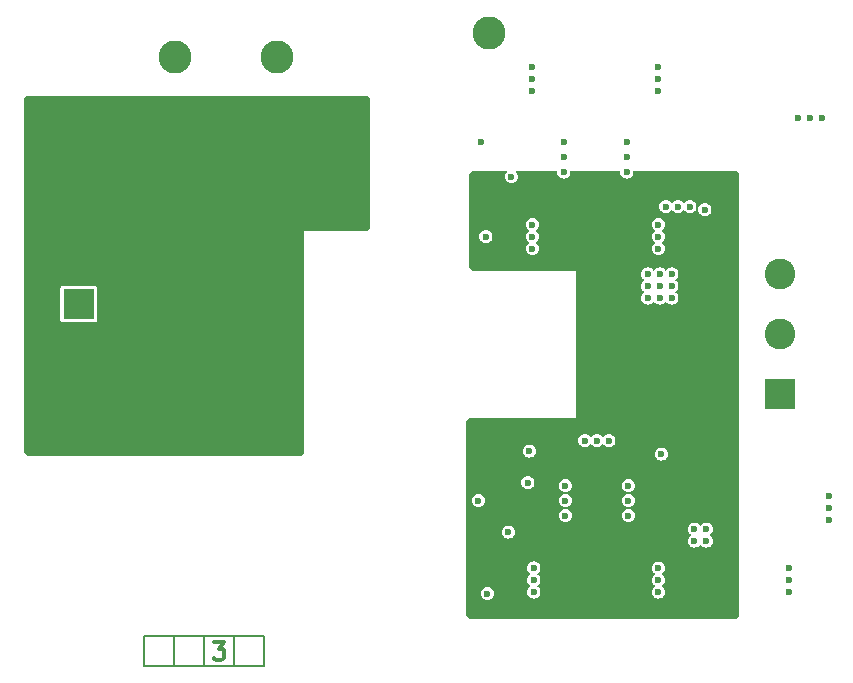
<source format=gbr>
G04 #@! TF.GenerationSoftware,KiCad,Pcbnew,8.0.6*
G04 #@! TF.CreationDate,2024-12-01T22:00:57+01:00*
G04 #@! TF.ProjectId,UCC25800,55434332-3538-4303-902e-6b696361645f,rev?*
G04 #@! TF.SameCoordinates,Original*
G04 #@! TF.FileFunction,Copper,L3,Inr*
G04 #@! TF.FilePolarity,Positive*
%FSLAX46Y46*%
G04 Gerber Fmt 4.6, Leading zero omitted, Abs format (unit mm)*
G04 Created by KiCad (PCBNEW 8.0.6) date 2024-12-01 22:00:57*
%MOMM*%
%LPD*%
G01*
G04 APERTURE LIST*
G04 #@! TA.AperFunction,NonConductor*
%ADD10C,0.200000*%
G04 #@! TD*
%ADD11C,0.300000*%
G04 #@! TA.AperFunction,NonConductor*
%ADD12C,0.300000*%
G04 #@! TD*
G04 #@! TA.AperFunction,ComponentPad*
%ADD13C,2.800000*%
G04 #@! TD*
G04 #@! TA.AperFunction,ComponentPad*
%ADD14R,2.600000X2.600000*%
G04 #@! TD*
G04 #@! TA.AperFunction,ComponentPad*
%ADD15C,2.600000*%
G04 #@! TD*
G04 #@! TA.AperFunction,HeatsinkPad*
%ADD16C,0.600000*%
G04 #@! TD*
G04 #@! TA.AperFunction,ViaPad*
%ADD17C,0.600000*%
G04 #@! TD*
G04 APERTURE END LIST*
D10*
X135890000Y-115570000D02*
X138430000Y-115570000D01*
X138430000Y-118110000D01*
X135890000Y-118110000D01*
X135890000Y-115570000D01*
X133350000Y-115570000D02*
X135890000Y-115570000D01*
X135890000Y-118110000D01*
X133350000Y-118110000D01*
X133350000Y-115570000D01*
X138430000Y-115570000D02*
X140970000Y-115570000D01*
X140970000Y-118110000D01*
X138430000Y-118110000D01*
X138430000Y-115570000D01*
X130810000Y-115570000D02*
X133350000Y-115570000D01*
X133350000Y-118110000D01*
X130810000Y-118110000D01*
X130810000Y-115570000D01*
D11*
D12*
X136708053Y-116106028D02*
X137636625Y-116106028D01*
X137636625Y-116106028D02*
X137136625Y-116677457D01*
X137136625Y-116677457D02*
X137350910Y-116677457D01*
X137350910Y-116677457D02*
X137493768Y-116748885D01*
X137493768Y-116748885D02*
X137565196Y-116820314D01*
X137565196Y-116820314D02*
X137636625Y-116963171D01*
X137636625Y-116963171D02*
X137636625Y-117320314D01*
X137636625Y-117320314D02*
X137565196Y-117463171D01*
X137565196Y-117463171D02*
X137493768Y-117534600D01*
X137493768Y-117534600D02*
X137350910Y-117606028D01*
X137350910Y-117606028D02*
X136922339Y-117606028D01*
X136922339Y-117606028D02*
X136779482Y-117534600D01*
X136779482Y-117534600D02*
X136708053Y-117463171D01*
D13*
G04 #@! TO.N,GND*
G04 #@! TO.C,TP4*
X160020000Y-64516000D03*
G04 #@! TD*
G04 #@! TO.N,+24V*
G04 #@! TO.C,TP3*
X169926000Y-95885000D03*
G04 #@! TD*
D14*
G04 #@! TO.N,Net-(J1-Pin_1)*
G04 #@! TO.C,J1*
X125298000Y-87500000D03*
D15*
G04 #@! TO.N,GNDS*
X125298000Y-92500000D03*
G04 #@! TD*
D14*
G04 #@! TO.N,+18V*
G04 #@! TO.C,J2*
X184658000Y-95080000D03*
D15*
G04 #@! TO.N,GND*
X184658000Y-90000000D03*
G04 #@! TO.N,-18V*
X184658000Y-84920000D03*
G04 #@! TD*
D13*
G04 #@! TO.N,Net-(U1-VCC)*
G04 #@! TO.C,TP1*
X133477000Y-66548000D03*
G04 #@! TD*
G04 #@! TO.N,GNDS*
G04 #@! TO.C,TP2*
X142113000Y-66548000D03*
G04 #@! TD*
D16*
G04 #@! TO.N,GNDS*
G04 #@! TO.C,U1*
X138453000Y-94478000D03*
X138453000Y-95768000D03*
X139423000Y-94478000D03*
X139423000Y-95768000D03*
G04 #@! TD*
D17*
G04 #@! TO.N,GNDS*
X139954000Y-98806000D03*
X142875000Y-97917000D03*
X143637000Y-97155000D03*
X133350000Y-85598000D03*
X133350000Y-89154000D03*
X143637000Y-97917000D03*
X149479000Y-76327000D03*
X133350000Y-86614000D03*
X140843000Y-83947000D03*
X149479000Y-78359000D03*
X132334000Y-94107000D03*
X138938000Y-98806000D03*
X142875000Y-97155000D03*
X142875000Y-83947000D03*
X122428000Y-77470000D03*
X122428000Y-78486000D03*
X122428000Y-79502000D03*
X133350000Y-87630000D03*
X141859000Y-83947000D03*
X133350000Y-98298000D03*
X149479000Y-77343000D03*
X133350000Y-91186000D03*
X137922000Y-98806000D03*
X133350000Y-90170000D03*
G04 #@! TO.N,GND*
X174498000Y-86995000D03*
X159766000Y-81788000D03*
X174498000Y-85979000D03*
X174371000Y-68453000D03*
X163830000Y-110871000D03*
X188849000Y-105791000D03*
X161925000Y-76708000D03*
X174371000Y-69469000D03*
X176022000Y-79248000D03*
X174371000Y-80772000D03*
X175514000Y-85979000D03*
X186182000Y-71755000D03*
X185420000Y-110871000D03*
X178308000Y-79502000D03*
X185420000Y-109855000D03*
X169164000Y-99060000D03*
X174371000Y-82804000D03*
X187198000Y-71755000D03*
X174371000Y-110871000D03*
X188214000Y-71755000D03*
X173482000Y-85979000D03*
X163830000Y-111887000D03*
X188849000Y-103759000D03*
X174625000Y-100203000D03*
X173482000Y-86995000D03*
X175514000Y-84963000D03*
X161671000Y-106807000D03*
X163322000Y-102616000D03*
X175514000Y-86995000D03*
X185420000Y-111887000D03*
X174371000Y-109855000D03*
X175006000Y-79248000D03*
X168148000Y-99060000D03*
X174371000Y-81788000D03*
X163830000Y-109855000D03*
X163703000Y-82804000D03*
X163703000Y-81788000D03*
X159893000Y-112014000D03*
X173482000Y-84963000D03*
X163703000Y-68453000D03*
X159131000Y-104140000D03*
X163703000Y-67437000D03*
X174371000Y-67437000D03*
X188849000Y-104775000D03*
X177038000Y-79248000D03*
X174498000Y-84963000D03*
X170180000Y-99060000D03*
X163703000Y-80772000D03*
X159385000Y-73787000D03*
X163703000Y-69469000D03*
X174371000Y-111887000D03*
G04 #@! TO.N,+24V*
X175514000Y-96012000D03*
X175514000Y-94996000D03*
X173482000Y-97028000D03*
X173482000Y-96012000D03*
X175514000Y-97028000D03*
X170053000Y-83693000D03*
X174498000Y-96012000D03*
X174498000Y-94996000D03*
X168148000Y-112776000D03*
X174498000Y-97028000D03*
X173482000Y-94996000D03*
X169037000Y-83693000D03*
X170180000Y-112776000D03*
X169164000Y-112776000D03*
X159385000Y-80772000D03*
X168021000Y-83693000D03*
X159131000Y-111125000D03*
G04 #@! TO.N,Net-(D4-K)*
X178435000Y-107569000D03*
X163449000Y-99949000D03*
X177419000Y-106553000D03*
X178435000Y-106553000D03*
X177419000Y-107569000D03*
G04 #@! TO.N,Net-(D4-A)*
X171831000Y-104140000D03*
X171831000Y-105410000D03*
X171831000Y-102870000D03*
G04 #@! TO.N,Net-(U2-SW)*
X166497000Y-102870000D03*
X166497000Y-104140000D03*
X166497000Y-105410000D03*
G04 #@! TO.N,Net-(D5-A)*
X171704000Y-76327000D03*
X171704000Y-75057000D03*
X171704000Y-73787000D03*
G04 #@! TO.N,Net-(U4-SW)*
X166370000Y-73787000D03*
X166370000Y-75057000D03*
X166370000Y-76327000D03*
G04 #@! TD*
G04 #@! TA.AperFunction,Conductor*
G04 #@! TO.N,+24V*
G36*
X161536247Y-76218306D02*
G01*
X161554553Y-76262500D01*
X161536247Y-76306694D01*
X161530100Y-76312085D01*
X161529525Y-76312525D01*
X161440643Y-76428360D01*
X161384773Y-76563242D01*
X161384770Y-76563252D01*
X161365715Y-76707998D01*
X161365715Y-76708001D01*
X161384770Y-76852747D01*
X161384773Y-76852757D01*
X161390766Y-76867226D01*
X161440645Y-76987643D01*
X161529526Y-77103474D01*
X161645357Y-77192355D01*
X161780246Y-77248228D01*
X161780250Y-77248228D01*
X161780252Y-77248229D01*
X161924998Y-77267285D01*
X161925000Y-77267285D01*
X161925002Y-77267285D01*
X162069747Y-77248229D01*
X162069747Y-77248228D01*
X162069754Y-77248228D01*
X162204643Y-77192355D01*
X162320474Y-77103474D01*
X162409355Y-76987643D01*
X162465228Y-76852754D01*
X162470678Y-76811355D01*
X162484285Y-76708001D01*
X162484285Y-76707998D01*
X162465229Y-76563252D01*
X162465228Y-76563250D01*
X162465228Y-76563246D01*
X162427332Y-76471757D01*
X162409357Y-76428362D01*
X162409356Y-76428361D01*
X162409355Y-76428358D01*
X162320474Y-76312526D01*
X162320471Y-76312524D01*
X162320470Y-76312522D01*
X162319900Y-76312085D01*
X162319717Y-76311768D01*
X162317574Y-76309625D01*
X162318148Y-76309050D01*
X162295982Y-76270658D01*
X162308362Y-76224453D01*
X162349789Y-76200535D01*
X162357947Y-76200000D01*
X165756167Y-76200000D01*
X165800361Y-76218306D01*
X165818667Y-76262500D01*
X165818132Y-76270658D01*
X165810715Y-76326997D01*
X165810715Y-76327001D01*
X165829770Y-76471747D01*
X165829773Y-76471757D01*
X165867667Y-76563242D01*
X165885645Y-76606643D01*
X165974526Y-76722474D01*
X166090357Y-76811355D01*
X166225246Y-76867228D01*
X166225250Y-76867228D01*
X166225252Y-76867229D01*
X166369998Y-76886285D01*
X166370000Y-76886285D01*
X166370002Y-76886285D01*
X166514747Y-76867229D01*
X166514747Y-76867228D01*
X166514754Y-76867228D01*
X166649643Y-76811355D01*
X166765474Y-76722474D01*
X166854355Y-76606643D01*
X166910228Y-76471754D01*
X166929285Y-76327000D01*
X166929285Y-76326997D01*
X166921868Y-76270658D01*
X166934249Y-76224452D01*
X166975675Y-76200535D01*
X166983833Y-76200000D01*
X171090167Y-76200000D01*
X171134361Y-76218306D01*
X171152667Y-76262500D01*
X171152132Y-76270658D01*
X171144715Y-76326997D01*
X171144715Y-76327001D01*
X171163770Y-76471747D01*
X171163773Y-76471757D01*
X171201667Y-76563242D01*
X171219645Y-76606643D01*
X171308526Y-76722474D01*
X171424357Y-76811355D01*
X171559246Y-76867228D01*
X171559250Y-76867228D01*
X171559252Y-76867229D01*
X171703998Y-76886285D01*
X171704000Y-76886285D01*
X171704002Y-76886285D01*
X171848747Y-76867229D01*
X171848747Y-76867228D01*
X171848754Y-76867228D01*
X171983643Y-76811355D01*
X172099474Y-76722474D01*
X172188355Y-76606643D01*
X172244228Y-76471754D01*
X172263285Y-76327000D01*
X172263285Y-76326997D01*
X172255868Y-76270658D01*
X172268249Y-76224452D01*
X172309675Y-76200535D01*
X172317833Y-76200000D01*
X180949112Y-76200000D01*
X180993306Y-76218306D01*
X181210694Y-76435694D01*
X181229000Y-76479888D01*
X181229000Y-113893112D01*
X181210694Y-113937306D01*
X180993306Y-114154694D01*
X180949112Y-114173000D01*
X158394888Y-114173000D01*
X158350694Y-114154694D01*
X158133306Y-113937306D01*
X158115000Y-113893112D01*
X158115000Y-112013998D01*
X159333715Y-112013998D01*
X159333715Y-112014001D01*
X159352770Y-112158747D01*
X159352773Y-112158757D01*
X159404018Y-112282474D01*
X159408645Y-112293643D01*
X159497526Y-112409474D01*
X159613357Y-112498355D01*
X159748246Y-112554228D01*
X159748250Y-112554228D01*
X159748252Y-112554229D01*
X159892998Y-112573285D01*
X159893000Y-112573285D01*
X159893002Y-112573285D01*
X160037747Y-112554229D01*
X160037747Y-112554228D01*
X160037754Y-112554228D01*
X160172643Y-112498355D01*
X160288474Y-112409474D01*
X160377355Y-112293643D01*
X160433228Y-112158754D01*
X160452285Y-112014000D01*
X160435565Y-111887001D01*
X160433229Y-111869252D01*
X160433228Y-111869250D01*
X160433228Y-111869246D01*
X160380625Y-111742252D01*
X160377357Y-111734362D01*
X160377356Y-111734361D01*
X160377355Y-111734358D01*
X160288474Y-111618526D01*
X160288472Y-111618525D01*
X160288472Y-111618524D01*
X160253349Y-111591574D01*
X160172643Y-111529645D01*
X160172639Y-111529643D01*
X160037757Y-111473773D01*
X160037747Y-111473770D01*
X159893002Y-111454715D01*
X159892998Y-111454715D01*
X159748252Y-111473770D01*
X159748242Y-111473773D01*
X159613360Y-111529643D01*
X159497525Y-111618525D01*
X159408643Y-111734360D01*
X159352773Y-111869242D01*
X159352770Y-111869252D01*
X159333715Y-112013998D01*
X158115000Y-112013998D01*
X158115000Y-109854998D01*
X163270715Y-109854998D01*
X163270715Y-109855001D01*
X163289770Y-109999747D01*
X163289771Y-109999753D01*
X163289772Y-109999754D01*
X163345645Y-110134643D01*
X163404899Y-110211863D01*
X163434527Y-110250476D01*
X163516552Y-110313416D01*
X163540469Y-110354842D01*
X163528088Y-110401048D01*
X163516552Y-110412584D01*
X163434526Y-110475525D01*
X163345643Y-110591360D01*
X163289773Y-110726242D01*
X163289770Y-110726252D01*
X163270715Y-110870998D01*
X163270715Y-110871001D01*
X163289770Y-111015747D01*
X163289771Y-111015753D01*
X163289772Y-111015754D01*
X163345645Y-111150643D01*
X163404899Y-111227863D01*
X163434527Y-111266476D01*
X163516552Y-111329416D01*
X163540469Y-111370842D01*
X163528088Y-111417048D01*
X163516552Y-111428584D01*
X163434526Y-111491525D01*
X163345643Y-111607360D01*
X163289773Y-111742242D01*
X163289770Y-111742252D01*
X163270715Y-111886998D01*
X163270715Y-111887001D01*
X163289770Y-112031747D01*
X163289773Y-112031757D01*
X163342378Y-112158757D01*
X163345645Y-112166643D01*
X163434526Y-112282474D01*
X163550357Y-112371355D01*
X163685246Y-112427228D01*
X163685250Y-112427228D01*
X163685252Y-112427229D01*
X163829998Y-112446285D01*
X163830000Y-112446285D01*
X163830002Y-112446285D01*
X163974747Y-112427229D01*
X163974747Y-112427228D01*
X163974754Y-112427228D01*
X164109643Y-112371355D01*
X164225474Y-112282474D01*
X164314355Y-112166643D01*
X164370228Y-112031754D01*
X164389285Y-111887000D01*
X164386948Y-111869252D01*
X164370229Y-111742252D01*
X164370228Y-111742250D01*
X164370228Y-111742246D01*
X164314355Y-111607358D01*
X164225474Y-111491526D01*
X164225471Y-111491524D01*
X164225470Y-111491522D01*
X164143448Y-111428585D01*
X164119530Y-111387158D01*
X164131910Y-111340953D01*
X164143448Y-111329415D01*
X164225471Y-111266476D01*
X164225474Y-111266474D01*
X164314355Y-111150643D01*
X164370228Y-111015754D01*
X164389285Y-110871000D01*
X164370228Y-110726246D01*
X164314355Y-110591358D01*
X164225474Y-110475526D01*
X164225471Y-110475524D01*
X164225470Y-110475522D01*
X164143448Y-110412585D01*
X164119530Y-110371158D01*
X164131910Y-110324953D01*
X164143448Y-110313415D01*
X164225471Y-110250476D01*
X164225474Y-110250474D01*
X164314355Y-110134643D01*
X164370228Y-109999754D01*
X164389285Y-109855000D01*
X164389285Y-109854998D01*
X173811715Y-109854998D01*
X173811715Y-109855001D01*
X173830770Y-109999747D01*
X173830771Y-109999753D01*
X173830772Y-109999754D01*
X173886645Y-110134643D01*
X173945899Y-110211863D01*
X173975527Y-110250476D01*
X174057552Y-110313416D01*
X174081469Y-110354842D01*
X174069088Y-110401048D01*
X174057552Y-110412584D01*
X173975526Y-110475525D01*
X173886643Y-110591360D01*
X173830773Y-110726242D01*
X173830770Y-110726252D01*
X173811715Y-110870998D01*
X173811715Y-110871001D01*
X173830770Y-111015747D01*
X173830771Y-111015753D01*
X173830772Y-111015754D01*
X173886645Y-111150643D01*
X173945899Y-111227863D01*
X173975527Y-111266476D01*
X174057552Y-111329416D01*
X174081469Y-111370842D01*
X174069088Y-111417048D01*
X174057552Y-111428584D01*
X173975526Y-111491525D01*
X173886643Y-111607360D01*
X173830773Y-111742242D01*
X173830770Y-111742252D01*
X173811715Y-111886998D01*
X173811715Y-111887001D01*
X173830770Y-112031747D01*
X173830773Y-112031757D01*
X173883378Y-112158757D01*
X173886645Y-112166643D01*
X173975526Y-112282474D01*
X174091357Y-112371355D01*
X174226246Y-112427228D01*
X174226250Y-112427228D01*
X174226252Y-112427229D01*
X174370998Y-112446285D01*
X174371000Y-112446285D01*
X174371002Y-112446285D01*
X174515747Y-112427229D01*
X174515747Y-112427228D01*
X174515754Y-112427228D01*
X174650643Y-112371355D01*
X174766474Y-112282474D01*
X174855355Y-112166643D01*
X174911228Y-112031754D01*
X174930285Y-111887000D01*
X174927948Y-111869252D01*
X174911229Y-111742252D01*
X174911228Y-111742250D01*
X174911228Y-111742246D01*
X174855355Y-111607358D01*
X174766474Y-111491526D01*
X174766471Y-111491524D01*
X174766470Y-111491522D01*
X174684448Y-111428585D01*
X174660530Y-111387158D01*
X174672910Y-111340953D01*
X174684448Y-111329415D01*
X174766471Y-111266476D01*
X174766474Y-111266474D01*
X174855355Y-111150643D01*
X174911228Y-111015754D01*
X174930285Y-110871000D01*
X174911228Y-110726246D01*
X174855355Y-110591358D01*
X174766474Y-110475526D01*
X174766471Y-110475524D01*
X174766470Y-110475522D01*
X174684448Y-110412585D01*
X174660530Y-110371158D01*
X174672910Y-110324953D01*
X174684448Y-110313415D01*
X174766471Y-110250476D01*
X174766474Y-110250474D01*
X174855355Y-110134643D01*
X174911228Y-109999754D01*
X174930285Y-109855000D01*
X174911228Y-109710246D01*
X174855355Y-109575358D01*
X174766474Y-109459526D01*
X174766472Y-109459525D01*
X174766472Y-109459524D01*
X174731349Y-109432574D01*
X174650643Y-109370645D01*
X174650639Y-109370643D01*
X174515757Y-109314773D01*
X174515747Y-109314770D01*
X174371002Y-109295715D01*
X174370998Y-109295715D01*
X174226252Y-109314770D01*
X174226242Y-109314773D01*
X174091360Y-109370643D01*
X173975525Y-109459525D01*
X173886643Y-109575360D01*
X173830773Y-109710242D01*
X173830770Y-109710252D01*
X173811715Y-109854998D01*
X164389285Y-109854998D01*
X164370228Y-109710246D01*
X164314355Y-109575358D01*
X164225474Y-109459526D01*
X164225472Y-109459525D01*
X164225472Y-109459524D01*
X164190349Y-109432574D01*
X164109643Y-109370645D01*
X164109639Y-109370643D01*
X163974757Y-109314773D01*
X163974747Y-109314770D01*
X163830002Y-109295715D01*
X163829998Y-109295715D01*
X163685252Y-109314770D01*
X163685242Y-109314773D01*
X163550360Y-109370643D01*
X163434525Y-109459525D01*
X163345643Y-109575360D01*
X163289773Y-109710242D01*
X163289770Y-109710252D01*
X163270715Y-109854998D01*
X158115000Y-109854998D01*
X158115000Y-106806998D01*
X161111715Y-106806998D01*
X161111715Y-106807001D01*
X161130770Y-106951747D01*
X161130773Y-106951757D01*
X161160263Y-107022953D01*
X161186645Y-107086643D01*
X161275526Y-107202474D01*
X161391357Y-107291355D01*
X161526246Y-107347228D01*
X161526250Y-107347228D01*
X161526252Y-107347229D01*
X161670998Y-107366285D01*
X161671000Y-107366285D01*
X161671002Y-107366285D01*
X161815747Y-107347229D01*
X161815747Y-107347228D01*
X161815754Y-107347228D01*
X161950643Y-107291355D01*
X162066474Y-107202474D01*
X162155355Y-107086643D01*
X162211228Y-106951754D01*
X162223978Y-106854910D01*
X162230285Y-106807001D01*
X162230285Y-106806998D01*
X162211229Y-106662252D01*
X162211228Y-106662250D01*
X162211228Y-106662246D01*
X162165977Y-106553001D01*
X162165976Y-106552998D01*
X176859715Y-106552998D01*
X176859715Y-106553001D01*
X176878770Y-106697747D01*
X176878773Y-106697757D01*
X176924023Y-106807001D01*
X176934645Y-106832643D01*
X176960585Y-106866448D01*
X177023527Y-106948476D01*
X177105552Y-107011416D01*
X177129469Y-107052842D01*
X177117088Y-107099048D01*
X177105552Y-107110584D01*
X177023526Y-107173525D01*
X176934643Y-107289360D01*
X176878773Y-107424242D01*
X176878770Y-107424252D01*
X176859715Y-107568998D01*
X176859715Y-107569001D01*
X176878770Y-107713747D01*
X176878771Y-107713753D01*
X176878772Y-107713754D01*
X176934645Y-107848643D01*
X177023526Y-107964474D01*
X177139357Y-108053355D01*
X177274246Y-108109228D01*
X177274250Y-108109228D01*
X177274252Y-108109229D01*
X177418998Y-108128285D01*
X177419000Y-108128285D01*
X177419002Y-108128285D01*
X177563747Y-108109229D01*
X177563747Y-108109228D01*
X177563754Y-108109228D01*
X177698643Y-108053355D01*
X177814474Y-107964474D01*
X177877415Y-107882447D01*
X177918842Y-107858530D01*
X177965047Y-107870910D01*
X177976583Y-107882446D01*
X178039526Y-107964474D01*
X178155357Y-108053355D01*
X178290246Y-108109228D01*
X178290250Y-108109228D01*
X178290252Y-108109229D01*
X178434998Y-108128285D01*
X178435000Y-108128285D01*
X178435002Y-108128285D01*
X178579747Y-108109229D01*
X178579747Y-108109228D01*
X178579754Y-108109228D01*
X178714643Y-108053355D01*
X178830474Y-107964474D01*
X178919355Y-107848643D01*
X178975228Y-107713754D01*
X178994285Y-107569000D01*
X178975228Y-107424246D01*
X178920183Y-107291356D01*
X178919357Y-107289362D01*
X178919356Y-107289361D01*
X178919355Y-107289358D01*
X178830474Y-107173526D01*
X178830471Y-107173524D01*
X178830470Y-107173522D01*
X178748448Y-107110585D01*
X178724530Y-107069158D01*
X178736910Y-107022953D01*
X178748448Y-107011415D01*
X178830474Y-106948474D01*
X178919355Y-106832643D01*
X178975228Y-106697754D01*
X178994285Y-106553000D01*
X178990909Y-106527360D01*
X178975229Y-106408252D01*
X178975228Y-106408250D01*
X178975228Y-106408246D01*
X178919355Y-106273358D01*
X178830474Y-106157526D01*
X178830472Y-106157525D01*
X178830472Y-106157524D01*
X178795349Y-106130574D01*
X178714643Y-106068645D01*
X178714639Y-106068643D01*
X178579757Y-106012773D01*
X178579747Y-106012770D01*
X178435002Y-105993715D01*
X178434998Y-105993715D01*
X178290252Y-106012770D01*
X178290242Y-106012773D01*
X178155360Y-106068643D01*
X178039525Y-106157526D01*
X177976583Y-106239553D01*
X177935157Y-106263470D01*
X177888951Y-106251089D01*
X177877417Y-106239555D01*
X177814474Y-106157526D01*
X177698643Y-106068645D01*
X177698639Y-106068643D01*
X177563757Y-106012773D01*
X177563747Y-106012770D01*
X177419002Y-105993715D01*
X177418998Y-105993715D01*
X177274252Y-106012770D01*
X177274242Y-106012773D01*
X177139360Y-106068643D01*
X177023525Y-106157525D01*
X176934643Y-106273360D01*
X176878773Y-106408242D01*
X176878770Y-106408252D01*
X176859715Y-106552998D01*
X162165976Y-106552998D01*
X162155357Y-106527362D01*
X162155356Y-106527361D01*
X162155355Y-106527358D01*
X162066474Y-106411526D01*
X162066472Y-106411525D01*
X162066472Y-106411524D01*
X162031349Y-106384574D01*
X161950643Y-106322645D01*
X161950639Y-106322643D01*
X161815757Y-106266773D01*
X161815747Y-106266770D01*
X161671002Y-106247715D01*
X161670998Y-106247715D01*
X161526252Y-106266770D01*
X161526242Y-106266773D01*
X161391360Y-106322643D01*
X161275525Y-106411525D01*
X161186643Y-106527360D01*
X161130773Y-106662242D01*
X161130770Y-106662252D01*
X161111715Y-106806998D01*
X158115000Y-106806998D01*
X158115000Y-105409998D01*
X165937715Y-105409998D01*
X165937715Y-105410001D01*
X165956770Y-105554747D01*
X165956771Y-105554753D01*
X165956772Y-105554754D01*
X166012645Y-105689643D01*
X166101526Y-105805474D01*
X166217357Y-105894355D01*
X166352246Y-105950228D01*
X166352250Y-105950228D01*
X166352252Y-105950229D01*
X166496998Y-105969285D01*
X166497000Y-105969285D01*
X166497002Y-105969285D01*
X166641747Y-105950229D01*
X166641747Y-105950228D01*
X166641754Y-105950228D01*
X166776643Y-105894355D01*
X166892474Y-105805474D01*
X166981355Y-105689643D01*
X167037228Y-105554754D01*
X167056285Y-105410000D01*
X167056285Y-105409998D01*
X171271715Y-105409998D01*
X171271715Y-105410001D01*
X171290770Y-105554747D01*
X171290771Y-105554753D01*
X171290772Y-105554754D01*
X171346645Y-105689643D01*
X171435526Y-105805474D01*
X171551357Y-105894355D01*
X171686246Y-105950228D01*
X171686250Y-105950228D01*
X171686252Y-105950229D01*
X171830998Y-105969285D01*
X171831000Y-105969285D01*
X171831002Y-105969285D01*
X171975747Y-105950229D01*
X171975747Y-105950228D01*
X171975754Y-105950228D01*
X172110643Y-105894355D01*
X172226474Y-105805474D01*
X172315355Y-105689643D01*
X172371228Y-105554754D01*
X172390285Y-105410000D01*
X172371228Y-105265246D01*
X172315355Y-105130358D01*
X172226474Y-105014526D01*
X172226472Y-105014525D01*
X172226472Y-105014524D01*
X172191349Y-104987574D01*
X172110643Y-104925645D01*
X172110639Y-104925643D01*
X171975757Y-104869773D01*
X171975747Y-104869770D01*
X171831002Y-104850715D01*
X171830998Y-104850715D01*
X171686252Y-104869770D01*
X171686242Y-104869773D01*
X171551360Y-104925643D01*
X171435525Y-105014525D01*
X171346643Y-105130360D01*
X171290773Y-105265242D01*
X171290770Y-105265252D01*
X171271715Y-105409998D01*
X167056285Y-105409998D01*
X167037228Y-105265246D01*
X166981355Y-105130358D01*
X166892474Y-105014526D01*
X166892472Y-105014525D01*
X166892472Y-105014524D01*
X166857349Y-104987574D01*
X166776643Y-104925645D01*
X166776639Y-104925643D01*
X166641757Y-104869773D01*
X166641747Y-104869770D01*
X166497002Y-104850715D01*
X166496998Y-104850715D01*
X166352252Y-104869770D01*
X166352242Y-104869773D01*
X166217360Y-104925643D01*
X166101525Y-105014525D01*
X166012643Y-105130360D01*
X165956773Y-105265242D01*
X165956770Y-105265252D01*
X165937715Y-105409998D01*
X158115000Y-105409998D01*
X158115000Y-104139998D01*
X158571715Y-104139998D01*
X158571715Y-104140001D01*
X158590770Y-104284747D01*
X158590771Y-104284753D01*
X158590772Y-104284754D01*
X158646645Y-104419643D01*
X158735526Y-104535474D01*
X158851357Y-104624355D01*
X158986246Y-104680228D01*
X158986250Y-104680228D01*
X158986252Y-104680229D01*
X159130998Y-104699285D01*
X159131000Y-104699285D01*
X159131002Y-104699285D01*
X159275747Y-104680229D01*
X159275747Y-104680228D01*
X159275754Y-104680228D01*
X159410643Y-104624355D01*
X159526474Y-104535474D01*
X159615355Y-104419643D01*
X159671228Y-104284754D01*
X159690285Y-104140000D01*
X159690285Y-104139998D01*
X165937715Y-104139998D01*
X165937715Y-104140001D01*
X165956770Y-104284747D01*
X165956771Y-104284753D01*
X165956772Y-104284754D01*
X166012645Y-104419643D01*
X166101526Y-104535474D01*
X166217357Y-104624355D01*
X166352246Y-104680228D01*
X166352250Y-104680228D01*
X166352252Y-104680229D01*
X166496998Y-104699285D01*
X166497000Y-104699285D01*
X166497002Y-104699285D01*
X166641747Y-104680229D01*
X166641747Y-104680228D01*
X166641754Y-104680228D01*
X166776643Y-104624355D01*
X166892474Y-104535474D01*
X166981355Y-104419643D01*
X167037228Y-104284754D01*
X167056285Y-104140000D01*
X167056285Y-104139998D01*
X171271715Y-104139998D01*
X171271715Y-104140001D01*
X171290770Y-104284747D01*
X171290771Y-104284753D01*
X171290772Y-104284754D01*
X171346645Y-104419643D01*
X171435526Y-104535474D01*
X171551357Y-104624355D01*
X171686246Y-104680228D01*
X171686250Y-104680228D01*
X171686252Y-104680229D01*
X171830998Y-104699285D01*
X171831000Y-104699285D01*
X171831002Y-104699285D01*
X171975747Y-104680229D01*
X171975747Y-104680228D01*
X171975754Y-104680228D01*
X172110643Y-104624355D01*
X172226474Y-104535474D01*
X172315355Y-104419643D01*
X172371228Y-104284754D01*
X172390285Y-104140000D01*
X172371228Y-103995246D01*
X172315355Y-103860358D01*
X172226474Y-103744526D01*
X172226472Y-103744525D01*
X172226472Y-103744524D01*
X172191349Y-103717574D01*
X172110643Y-103655645D01*
X172110639Y-103655643D01*
X171975757Y-103599773D01*
X171975747Y-103599770D01*
X171831002Y-103580715D01*
X171830998Y-103580715D01*
X171686252Y-103599770D01*
X171686242Y-103599773D01*
X171551360Y-103655643D01*
X171435525Y-103744525D01*
X171346643Y-103860360D01*
X171290773Y-103995242D01*
X171290770Y-103995252D01*
X171271715Y-104139998D01*
X167056285Y-104139998D01*
X167037228Y-103995246D01*
X166981355Y-103860358D01*
X166892474Y-103744526D01*
X166892472Y-103744525D01*
X166892472Y-103744524D01*
X166857349Y-103717574D01*
X166776643Y-103655645D01*
X166776639Y-103655643D01*
X166641757Y-103599773D01*
X166641747Y-103599770D01*
X166497002Y-103580715D01*
X166496998Y-103580715D01*
X166352252Y-103599770D01*
X166352242Y-103599773D01*
X166217360Y-103655643D01*
X166101525Y-103744525D01*
X166012643Y-103860360D01*
X165956773Y-103995242D01*
X165956770Y-103995252D01*
X165937715Y-104139998D01*
X159690285Y-104139998D01*
X159671228Y-103995246D01*
X159615355Y-103860358D01*
X159526474Y-103744526D01*
X159526472Y-103744525D01*
X159526472Y-103744524D01*
X159491349Y-103717574D01*
X159410643Y-103655645D01*
X159410639Y-103655643D01*
X159275757Y-103599773D01*
X159275747Y-103599770D01*
X159131002Y-103580715D01*
X159130998Y-103580715D01*
X158986252Y-103599770D01*
X158986242Y-103599773D01*
X158851360Y-103655643D01*
X158735525Y-103744525D01*
X158646643Y-103860360D01*
X158590773Y-103995242D01*
X158590770Y-103995252D01*
X158571715Y-104139998D01*
X158115000Y-104139998D01*
X158115000Y-102615998D01*
X162762715Y-102615998D01*
X162762715Y-102616001D01*
X162781770Y-102760747D01*
X162781773Y-102760757D01*
X162827023Y-102870001D01*
X162837645Y-102895643D01*
X162926526Y-103011474D01*
X163042357Y-103100355D01*
X163177246Y-103156228D01*
X163177250Y-103156228D01*
X163177252Y-103156229D01*
X163321998Y-103175285D01*
X163322000Y-103175285D01*
X163322002Y-103175285D01*
X163466747Y-103156229D01*
X163466747Y-103156228D01*
X163466754Y-103156228D01*
X163601643Y-103100355D01*
X163717474Y-103011474D01*
X163806355Y-102895643D01*
X163816978Y-102869998D01*
X165937715Y-102869998D01*
X165937715Y-102870001D01*
X165956770Y-103014747D01*
X165956773Y-103014757D01*
X165992229Y-103100356D01*
X166012645Y-103149643D01*
X166101526Y-103265474D01*
X166217357Y-103354355D01*
X166352246Y-103410228D01*
X166352250Y-103410228D01*
X166352252Y-103410229D01*
X166496998Y-103429285D01*
X166497000Y-103429285D01*
X166497002Y-103429285D01*
X166641747Y-103410229D01*
X166641747Y-103410228D01*
X166641754Y-103410228D01*
X166776643Y-103354355D01*
X166892474Y-103265474D01*
X166981355Y-103149643D01*
X167037228Y-103014754D01*
X167056285Y-102870000D01*
X167056285Y-102869998D01*
X171271715Y-102869998D01*
X171271715Y-102870001D01*
X171290770Y-103014747D01*
X171290773Y-103014757D01*
X171326229Y-103100356D01*
X171346645Y-103149643D01*
X171435526Y-103265474D01*
X171551357Y-103354355D01*
X171686246Y-103410228D01*
X171686250Y-103410228D01*
X171686252Y-103410229D01*
X171830998Y-103429285D01*
X171831000Y-103429285D01*
X171831002Y-103429285D01*
X171975747Y-103410229D01*
X171975747Y-103410228D01*
X171975754Y-103410228D01*
X172110643Y-103354355D01*
X172226474Y-103265474D01*
X172315355Y-103149643D01*
X172371228Y-103014754D01*
X172390285Y-102870000D01*
X172371228Y-102725246D01*
X172325977Y-102616001D01*
X172315357Y-102590362D01*
X172315356Y-102590361D01*
X172315355Y-102590358D01*
X172226474Y-102474526D01*
X172226472Y-102474525D01*
X172226472Y-102474524D01*
X172191349Y-102447574D01*
X172110643Y-102385645D01*
X172110639Y-102385643D01*
X171975757Y-102329773D01*
X171975747Y-102329770D01*
X171831002Y-102310715D01*
X171830998Y-102310715D01*
X171686252Y-102329770D01*
X171686242Y-102329773D01*
X171551360Y-102385643D01*
X171435525Y-102474525D01*
X171346643Y-102590360D01*
X171290773Y-102725242D01*
X171290770Y-102725252D01*
X171271715Y-102869998D01*
X167056285Y-102869998D01*
X167037228Y-102725246D01*
X166991977Y-102616001D01*
X166981357Y-102590362D01*
X166981356Y-102590361D01*
X166981355Y-102590358D01*
X166892474Y-102474526D01*
X166892472Y-102474525D01*
X166892472Y-102474524D01*
X166857349Y-102447574D01*
X166776643Y-102385645D01*
X166776639Y-102385643D01*
X166641757Y-102329773D01*
X166641747Y-102329770D01*
X166497002Y-102310715D01*
X166496998Y-102310715D01*
X166352252Y-102329770D01*
X166352242Y-102329773D01*
X166217360Y-102385643D01*
X166101525Y-102474525D01*
X166012643Y-102590360D01*
X165956773Y-102725242D01*
X165956770Y-102725252D01*
X165937715Y-102869998D01*
X163816978Y-102869998D01*
X163862228Y-102760754D01*
X163881285Y-102616000D01*
X163877909Y-102590360D01*
X163862229Y-102471252D01*
X163862228Y-102471250D01*
X163862228Y-102471246D01*
X163806355Y-102336358D01*
X163717474Y-102220526D01*
X163717472Y-102220525D01*
X163717472Y-102220524D01*
X163682349Y-102193574D01*
X163601643Y-102131645D01*
X163601639Y-102131643D01*
X163466757Y-102075773D01*
X163466747Y-102075770D01*
X163322002Y-102056715D01*
X163321998Y-102056715D01*
X163177252Y-102075770D01*
X163177242Y-102075773D01*
X163042360Y-102131643D01*
X162926525Y-102220525D01*
X162837643Y-102336360D01*
X162781773Y-102471242D01*
X162781770Y-102471252D01*
X162762715Y-102615998D01*
X158115000Y-102615998D01*
X158115000Y-99948998D01*
X162889715Y-99948998D01*
X162889715Y-99949001D01*
X162908770Y-100093747D01*
X162908773Y-100093757D01*
X162954023Y-100203001D01*
X162964645Y-100228643D01*
X163053526Y-100344474D01*
X163169357Y-100433355D01*
X163304246Y-100489228D01*
X163304250Y-100489228D01*
X163304252Y-100489229D01*
X163448998Y-100508285D01*
X163449000Y-100508285D01*
X163449002Y-100508285D01*
X163593747Y-100489229D01*
X163593747Y-100489228D01*
X163593754Y-100489228D01*
X163728643Y-100433355D01*
X163844474Y-100344474D01*
X163933355Y-100228643D01*
X163943978Y-100202998D01*
X174065715Y-100202998D01*
X174065715Y-100203001D01*
X174084770Y-100347747D01*
X174084773Y-100347757D01*
X174120229Y-100433356D01*
X174140645Y-100482643D01*
X174229526Y-100598474D01*
X174345357Y-100687355D01*
X174480246Y-100743228D01*
X174480250Y-100743228D01*
X174480252Y-100743229D01*
X174624998Y-100762285D01*
X174625000Y-100762285D01*
X174625002Y-100762285D01*
X174769747Y-100743229D01*
X174769747Y-100743228D01*
X174769754Y-100743228D01*
X174904643Y-100687355D01*
X175020474Y-100598474D01*
X175109355Y-100482643D01*
X175165228Y-100347754D01*
X175184285Y-100203000D01*
X175165228Y-100058246D01*
X175119977Y-99949001D01*
X175109357Y-99923362D01*
X175109356Y-99923361D01*
X175109355Y-99923358D01*
X175020474Y-99807526D01*
X175020472Y-99807525D01*
X175020472Y-99807524D01*
X174985349Y-99780574D01*
X174904643Y-99718645D01*
X174904639Y-99718643D01*
X174769757Y-99662773D01*
X174769747Y-99662770D01*
X174625002Y-99643715D01*
X174624998Y-99643715D01*
X174480252Y-99662770D01*
X174480242Y-99662773D01*
X174345360Y-99718643D01*
X174229525Y-99807525D01*
X174140643Y-99923360D01*
X174084773Y-100058242D01*
X174084770Y-100058252D01*
X174065715Y-100202998D01*
X163943978Y-100202998D01*
X163989228Y-100093754D01*
X164008285Y-99949000D01*
X164004909Y-99923360D01*
X163989229Y-99804252D01*
X163989228Y-99804250D01*
X163989228Y-99804246D01*
X163933355Y-99669358D01*
X163844474Y-99553526D01*
X163844472Y-99553525D01*
X163844472Y-99553524D01*
X163809349Y-99526574D01*
X163728643Y-99464645D01*
X163728639Y-99464643D01*
X163593757Y-99408773D01*
X163593747Y-99408770D01*
X163449002Y-99389715D01*
X163448998Y-99389715D01*
X163304252Y-99408770D01*
X163304242Y-99408773D01*
X163169360Y-99464643D01*
X163053525Y-99553525D01*
X162964643Y-99669360D01*
X162908773Y-99804242D01*
X162908770Y-99804252D01*
X162889715Y-99948998D01*
X158115000Y-99948998D01*
X158115000Y-99059998D01*
X167588715Y-99059998D01*
X167588715Y-99060001D01*
X167607770Y-99204747D01*
X167607771Y-99204753D01*
X167607772Y-99204754D01*
X167663645Y-99339643D01*
X167752526Y-99455474D01*
X167868357Y-99544355D01*
X168003246Y-99600228D01*
X168003250Y-99600228D01*
X168003252Y-99600229D01*
X168147998Y-99619285D01*
X168148000Y-99619285D01*
X168148002Y-99619285D01*
X168292747Y-99600229D01*
X168292747Y-99600228D01*
X168292754Y-99600228D01*
X168427643Y-99544355D01*
X168543474Y-99455474D01*
X168606415Y-99373447D01*
X168647842Y-99349530D01*
X168694047Y-99361910D01*
X168705583Y-99373446D01*
X168768526Y-99455474D01*
X168884357Y-99544355D01*
X169019246Y-99600228D01*
X169019250Y-99600228D01*
X169019252Y-99600229D01*
X169163998Y-99619285D01*
X169164000Y-99619285D01*
X169164002Y-99619285D01*
X169308747Y-99600229D01*
X169308747Y-99600228D01*
X169308754Y-99600228D01*
X169443643Y-99544355D01*
X169559474Y-99455474D01*
X169622415Y-99373447D01*
X169663842Y-99349530D01*
X169710047Y-99361910D01*
X169721583Y-99373446D01*
X169784526Y-99455474D01*
X169900357Y-99544355D01*
X170035246Y-99600228D01*
X170035250Y-99600228D01*
X170035252Y-99600229D01*
X170179998Y-99619285D01*
X170180000Y-99619285D01*
X170180002Y-99619285D01*
X170324747Y-99600229D01*
X170324747Y-99600228D01*
X170324754Y-99600228D01*
X170459643Y-99544355D01*
X170575474Y-99455474D01*
X170664355Y-99339643D01*
X170720228Y-99204754D01*
X170739285Y-99060000D01*
X170720228Y-98915246D01*
X170664355Y-98780358D01*
X170575474Y-98664526D01*
X170575472Y-98664525D01*
X170575472Y-98664524D01*
X170540349Y-98637574D01*
X170459643Y-98575645D01*
X170459639Y-98575643D01*
X170324757Y-98519773D01*
X170324747Y-98519770D01*
X170180002Y-98500715D01*
X170179998Y-98500715D01*
X170035252Y-98519770D01*
X170035242Y-98519773D01*
X169900360Y-98575643D01*
X169784525Y-98664526D01*
X169721583Y-98746553D01*
X169680157Y-98770470D01*
X169633951Y-98758089D01*
X169622417Y-98746555D01*
X169559474Y-98664526D01*
X169443643Y-98575645D01*
X169443639Y-98575643D01*
X169308757Y-98519773D01*
X169308747Y-98519770D01*
X169164002Y-98500715D01*
X169163998Y-98500715D01*
X169019252Y-98519770D01*
X169019242Y-98519773D01*
X168884360Y-98575643D01*
X168768525Y-98664526D01*
X168705583Y-98746553D01*
X168664157Y-98770470D01*
X168617951Y-98758089D01*
X168606417Y-98746555D01*
X168543474Y-98664526D01*
X168427643Y-98575645D01*
X168427639Y-98575643D01*
X168292757Y-98519773D01*
X168292747Y-98519770D01*
X168148002Y-98500715D01*
X168147998Y-98500715D01*
X168003252Y-98519770D01*
X168003242Y-98519773D01*
X167868360Y-98575643D01*
X167752525Y-98664525D01*
X167663643Y-98780360D01*
X167607773Y-98915242D01*
X167607770Y-98915252D01*
X167588715Y-99059998D01*
X158115000Y-99059998D01*
X158115000Y-97434888D01*
X158133306Y-97390694D01*
X158350694Y-97173306D01*
X158394888Y-97155000D01*
X167132000Y-97155000D01*
X167386000Y-97155000D01*
X167386000Y-84962998D01*
X172922715Y-84962998D01*
X172922715Y-84963001D01*
X172941770Y-85107747D01*
X172941771Y-85107753D01*
X172941772Y-85107754D01*
X172997645Y-85242643D01*
X173023585Y-85276448D01*
X173086527Y-85358476D01*
X173168552Y-85421416D01*
X173192469Y-85462842D01*
X173180088Y-85509048D01*
X173168552Y-85520584D01*
X173086526Y-85583525D01*
X172997643Y-85699360D01*
X172941773Y-85834242D01*
X172941770Y-85834252D01*
X172922715Y-85978998D01*
X172922715Y-85979001D01*
X172941770Y-86123747D01*
X172941771Y-86123753D01*
X172941772Y-86123754D01*
X172997645Y-86258643D01*
X173023585Y-86292448D01*
X173086527Y-86374476D01*
X173168552Y-86437416D01*
X173192469Y-86478842D01*
X173180088Y-86525048D01*
X173168552Y-86536584D01*
X173086526Y-86599525D01*
X172997643Y-86715360D01*
X172941773Y-86850242D01*
X172941770Y-86850252D01*
X172922715Y-86994998D01*
X172922715Y-86995001D01*
X172941770Y-87139747D01*
X172941771Y-87139753D01*
X172941772Y-87139754D01*
X172997645Y-87274643D01*
X173086526Y-87390474D01*
X173202357Y-87479355D01*
X173337246Y-87535228D01*
X173337250Y-87535228D01*
X173337252Y-87535229D01*
X173481998Y-87554285D01*
X173482000Y-87554285D01*
X173482002Y-87554285D01*
X173626747Y-87535229D01*
X173626747Y-87535228D01*
X173626754Y-87535228D01*
X173761643Y-87479355D01*
X173877474Y-87390474D01*
X173940415Y-87308447D01*
X173981842Y-87284530D01*
X174028047Y-87296910D01*
X174039583Y-87308446D01*
X174102526Y-87390474D01*
X174218357Y-87479355D01*
X174353246Y-87535228D01*
X174353250Y-87535228D01*
X174353252Y-87535229D01*
X174497998Y-87554285D01*
X174498000Y-87554285D01*
X174498002Y-87554285D01*
X174642747Y-87535229D01*
X174642747Y-87535228D01*
X174642754Y-87535228D01*
X174777643Y-87479355D01*
X174893474Y-87390474D01*
X174956415Y-87308447D01*
X174997842Y-87284530D01*
X175044047Y-87296910D01*
X175055583Y-87308446D01*
X175118526Y-87390474D01*
X175234357Y-87479355D01*
X175369246Y-87535228D01*
X175369250Y-87535228D01*
X175369252Y-87535229D01*
X175513998Y-87554285D01*
X175514000Y-87554285D01*
X175514002Y-87554285D01*
X175658747Y-87535229D01*
X175658747Y-87535228D01*
X175658754Y-87535228D01*
X175793643Y-87479355D01*
X175909474Y-87390474D01*
X175998355Y-87274643D01*
X176054228Y-87139754D01*
X176073285Y-86995000D01*
X176054228Y-86850246D01*
X175998355Y-86715358D01*
X175909474Y-86599526D01*
X175909471Y-86599524D01*
X175909470Y-86599522D01*
X175827448Y-86536585D01*
X175803530Y-86495158D01*
X175815910Y-86448953D01*
X175827448Y-86437415D01*
X175909471Y-86374476D01*
X175909474Y-86374474D01*
X175998355Y-86258643D01*
X176054228Y-86123754D01*
X176073285Y-85979000D01*
X176054228Y-85834246D01*
X175998355Y-85699358D01*
X175909474Y-85583526D01*
X175909471Y-85583524D01*
X175909470Y-85583522D01*
X175827448Y-85520585D01*
X175803530Y-85479158D01*
X175815910Y-85432953D01*
X175827448Y-85421415D01*
X175909471Y-85358476D01*
X175909474Y-85358474D01*
X175998355Y-85242643D01*
X176054228Y-85107754D01*
X176073285Y-84963000D01*
X176054228Y-84818246D01*
X176022000Y-84740441D01*
X175998357Y-84683362D01*
X175998356Y-84683361D01*
X175998355Y-84683358D01*
X175909474Y-84567526D01*
X175909472Y-84567525D01*
X175909472Y-84567524D01*
X175874349Y-84540574D01*
X175793643Y-84478645D01*
X175793639Y-84478643D01*
X175658757Y-84422773D01*
X175658747Y-84422770D01*
X175514002Y-84403715D01*
X175513998Y-84403715D01*
X175369252Y-84422770D01*
X175369242Y-84422773D01*
X175234360Y-84478643D01*
X175118525Y-84567526D01*
X175055583Y-84649553D01*
X175014157Y-84673470D01*
X174967951Y-84661089D01*
X174956417Y-84649555D01*
X174893474Y-84567526D01*
X174777643Y-84478645D01*
X174777639Y-84478643D01*
X174642757Y-84422773D01*
X174642747Y-84422770D01*
X174498002Y-84403715D01*
X174497998Y-84403715D01*
X174353252Y-84422770D01*
X174353242Y-84422773D01*
X174218360Y-84478643D01*
X174102525Y-84567526D01*
X174039583Y-84649553D01*
X173998157Y-84673470D01*
X173951951Y-84661089D01*
X173940417Y-84649555D01*
X173877474Y-84567526D01*
X173761643Y-84478645D01*
X173761639Y-84478643D01*
X173626757Y-84422773D01*
X173626747Y-84422770D01*
X173482002Y-84403715D01*
X173481998Y-84403715D01*
X173337252Y-84422770D01*
X173337242Y-84422773D01*
X173202360Y-84478643D01*
X173086525Y-84567525D01*
X172997643Y-84683360D01*
X172941773Y-84818242D01*
X172941770Y-84818252D01*
X172922715Y-84962998D01*
X167386000Y-84962998D01*
X167386000Y-84709000D01*
X167132000Y-84709000D01*
X158648888Y-84709000D01*
X158604694Y-84690694D01*
X158387306Y-84473306D01*
X158369000Y-84429112D01*
X158369000Y-81787998D01*
X159206715Y-81787998D01*
X159206715Y-81788001D01*
X159225770Y-81932747D01*
X159225771Y-81932753D01*
X159225772Y-81932754D01*
X159281645Y-82067643D01*
X159370526Y-82183474D01*
X159486357Y-82272355D01*
X159621246Y-82328228D01*
X159621250Y-82328228D01*
X159621252Y-82328229D01*
X159765998Y-82347285D01*
X159766000Y-82347285D01*
X159766002Y-82347285D01*
X159910747Y-82328229D01*
X159910747Y-82328228D01*
X159910754Y-82328228D01*
X160045643Y-82272355D01*
X160161474Y-82183474D01*
X160250355Y-82067643D01*
X160306228Y-81932754D01*
X160325285Y-81788000D01*
X160306228Y-81643246D01*
X160250355Y-81508358D01*
X160161474Y-81392526D01*
X160161472Y-81392525D01*
X160161472Y-81392524D01*
X160079448Y-81329585D01*
X160045643Y-81303645D01*
X160045639Y-81303643D01*
X159910757Y-81247773D01*
X159910747Y-81247770D01*
X159766002Y-81228715D01*
X159765998Y-81228715D01*
X159621252Y-81247770D01*
X159621242Y-81247773D01*
X159486360Y-81303643D01*
X159370525Y-81392525D01*
X159281643Y-81508360D01*
X159225773Y-81643242D01*
X159225770Y-81643252D01*
X159206715Y-81787998D01*
X158369000Y-81787998D01*
X158369000Y-80771998D01*
X163143715Y-80771998D01*
X163143715Y-80772001D01*
X163162770Y-80916747D01*
X163162771Y-80916753D01*
X163162772Y-80916754D01*
X163218645Y-81051643D01*
X163277899Y-81128863D01*
X163307527Y-81167476D01*
X163389552Y-81230416D01*
X163413469Y-81271842D01*
X163401088Y-81318048D01*
X163389552Y-81329584D01*
X163307526Y-81392525D01*
X163218643Y-81508360D01*
X163162773Y-81643242D01*
X163162770Y-81643252D01*
X163143715Y-81787998D01*
X163143715Y-81788001D01*
X163162770Y-81932747D01*
X163162771Y-81932753D01*
X163162772Y-81932754D01*
X163218645Y-82067643D01*
X163277899Y-82144863D01*
X163307527Y-82183476D01*
X163389552Y-82246416D01*
X163413469Y-82287842D01*
X163401088Y-82334048D01*
X163389552Y-82345584D01*
X163307526Y-82408525D01*
X163218643Y-82524360D01*
X163162773Y-82659242D01*
X163162770Y-82659252D01*
X163143715Y-82803998D01*
X163143715Y-82804001D01*
X163162770Y-82948747D01*
X163162771Y-82948753D01*
X163162772Y-82948754D01*
X163218645Y-83083643D01*
X163307526Y-83199474D01*
X163423357Y-83288355D01*
X163558246Y-83344228D01*
X163558250Y-83344228D01*
X163558252Y-83344229D01*
X163702998Y-83363285D01*
X163703000Y-83363285D01*
X163703002Y-83363285D01*
X163847747Y-83344229D01*
X163847747Y-83344228D01*
X163847754Y-83344228D01*
X163982643Y-83288355D01*
X164098474Y-83199474D01*
X164187355Y-83083643D01*
X164243228Y-82948754D01*
X164262285Y-82804000D01*
X164243228Y-82659246D01*
X164187355Y-82524358D01*
X164098474Y-82408526D01*
X164098471Y-82408524D01*
X164098470Y-82408522D01*
X164016448Y-82345585D01*
X163992530Y-82304158D01*
X164004910Y-82257953D01*
X164016448Y-82246415D01*
X164098471Y-82183476D01*
X164098474Y-82183474D01*
X164187355Y-82067643D01*
X164243228Y-81932754D01*
X164262285Y-81788000D01*
X164243228Y-81643246D01*
X164187355Y-81508358D01*
X164098474Y-81392526D01*
X164098471Y-81392524D01*
X164098470Y-81392522D01*
X164016448Y-81329585D01*
X163992530Y-81288158D01*
X164004910Y-81241953D01*
X164016448Y-81230415D01*
X164098474Y-81167474D01*
X164187355Y-81051643D01*
X164243228Y-80916754D01*
X164262285Y-80772000D01*
X164262285Y-80771998D01*
X173811715Y-80771998D01*
X173811715Y-80772001D01*
X173830770Y-80916747D01*
X173830771Y-80916753D01*
X173830772Y-80916754D01*
X173886645Y-81051643D01*
X173945899Y-81128863D01*
X173975527Y-81167476D01*
X174057552Y-81230416D01*
X174081469Y-81271842D01*
X174069088Y-81318048D01*
X174057552Y-81329584D01*
X173975526Y-81392525D01*
X173886643Y-81508360D01*
X173830773Y-81643242D01*
X173830770Y-81643252D01*
X173811715Y-81787998D01*
X173811715Y-81788001D01*
X173830770Y-81932747D01*
X173830771Y-81932753D01*
X173830772Y-81932754D01*
X173886645Y-82067643D01*
X173945899Y-82144863D01*
X173975527Y-82183476D01*
X174057552Y-82246416D01*
X174081469Y-82287842D01*
X174069088Y-82334048D01*
X174057552Y-82345584D01*
X173975526Y-82408525D01*
X173886643Y-82524360D01*
X173830773Y-82659242D01*
X173830770Y-82659252D01*
X173811715Y-82803998D01*
X173811715Y-82804001D01*
X173830770Y-82948747D01*
X173830771Y-82948753D01*
X173830772Y-82948754D01*
X173886645Y-83083643D01*
X173975526Y-83199474D01*
X174091357Y-83288355D01*
X174226246Y-83344228D01*
X174226250Y-83344228D01*
X174226252Y-83344229D01*
X174370998Y-83363285D01*
X174371000Y-83363285D01*
X174371002Y-83363285D01*
X174515747Y-83344229D01*
X174515747Y-83344228D01*
X174515754Y-83344228D01*
X174650643Y-83288355D01*
X174766474Y-83199474D01*
X174855355Y-83083643D01*
X174911228Y-82948754D01*
X174930285Y-82804000D01*
X174911228Y-82659246D01*
X174855355Y-82524358D01*
X174766474Y-82408526D01*
X174766471Y-82408524D01*
X174766470Y-82408522D01*
X174684448Y-82345585D01*
X174660530Y-82304158D01*
X174672910Y-82257953D01*
X174684448Y-82246415D01*
X174766471Y-82183476D01*
X174766474Y-82183474D01*
X174855355Y-82067643D01*
X174911228Y-81932754D01*
X174930285Y-81788000D01*
X174911228Y-81643246D01*
X174855355Y-81508358D01*
X174766474Y-81392526D01*
X174766471Y-81392524D01*
X174766470Y-81392522D01*
X174684448Y-81329585D01*
X174660530Y-81288158D01*
X174672910Y-81241953D01*
X174684448Y-81230415D01*
X174766474Y-81167474D01*
X174855355Y-81051643D01*
X174911228Y-80916754D01*
X174930285Y-80772000D01*
X174911228Y-80627246D01*
X174855355Y-80492358D01*
X174766474Y-80376526D01*
X174766472Y-80376525D01*
X174766472Y-80376524D01*
X174731349Y-80349574D01*
X174650643Y-80287645D01*
X174650639Y-80287643D01*
X174515757Y-80231773D01*
X174515747Y-80231770D01*
X174371002Y-80212715D01*
X174370998Y-80212715D01*
X174226252Y-80231770D01*
X174226242Y-80231773D01*
X174091360Y-80287643D01*
X173975525Y-80376525D01*
X173886643Y-80492360D01*
X173830773Y-80627242D01*
X173830770Y-80627252D01*
X173811715Y-80771998D01*
X164262285Y-80771998D01*
X164243228Y-80627246D01*
X164187355Y-80492358D01*
X164098474Y-80376526D01*
X164098472Y-80376525D01*
X164098472Y-80376524D01*
X164063349Y-80349574D01*
X163982643Y-80287645D01*
X163982639Y-80287643D01*
X163847757Y-80231773D01*
X163847747Y-80231770D01*
X163703002Y-80212715D01*
X163702998Y-80212715D01*
X163558252Y-80231770D01*
X163558242Y-80231773D01*
X163423360Y-80287643D01*
X163307525Y-80376525D01*
X163218643Y-80492360D01*
X163162773Y-80627242D01*
X163162770Y-80627252D01*
X163143715Y-80771998D01*
X158369000Y-80771998D01*
X158369000Y-79247998D01*
X174446715Y-79247998D01*
X174446715Y-79248001D01*
X174465770Y-79392747D01*
X174465773Y-79392757D01*
X174511023Y-79502001D01*
X174521645Y-79527643D01*
X174610526Y-79643474D01*
X174726357Y-79732355D01*
X174861246Y-79788228D01*
X174861250Y-79788228D01*
X174861252Y-79788229D01*
X175005998Y-79807285D01*
X175006000Y-79807285D01*
X175006002Y-79807285D01*
X175150747Y-79788229D01*
X175150747Y-79788228D01*
X175150754Y-79788228D01*
X175285643Y-79732355D01*
X175401474Y-79643474D01*
X175464415Y-79561447D01*
X175505842Y-79537530D01*
X175552047Y-79549910D01*
X175563583Y-79561446D01*
X175626526Y-79643474D01*
X175742357Y-79732355D01*
X175877246Y-79788228D01*
X175877250Y-79788228D01*
X175877252Y-79788229D01*
X176021998Y-79807285D01*
X176022000Y-79807285D01*
X176022002Y-79807285D01*
X176166747Y-79788229D01*
X176166747Y-79788228D01*
X176166754Y-79788228D01*
X176301643Y-79732355D01*
X176417474Y-79643474D01*
X176480415Y-79561447D01*
X176521842Y-79537530D01*
X176568047Y-79549910D01*
X176579583Y-79561446D01*
X176642526Y-79643474D01*
X176758357Y-79732355D01*
X176893246Y-79788228D01*
X176893250Y-79788228D01*
X176893252Y-79788229D01*
X177037998Y-79807285D01*
X177038000Y-79807285D01*
X177038002Y-79807285D01*
X177182747Y-79788229D01*
X177182747Y-79788228D01*
X177182754Y-79788228D01*
X177317643Y-79732355D01*
X177433474Y-79643474D01*
X177522355Y-79527643D01*
X177532978Y-79501998D01*
X177748715Y-79501998D01*
X177748715Y-79502001D01*
X177767770Y-79646747D01*
X177767773Y-79646757D01*
X177803229Y-79732356D01*
X177823645Y-79781643D01*
X177912526Y-79897474D01*
X178028357Y-79986355D01*
X178163246Y-80042228D01*
X178163250Y-80042228D01*
X178163252Y-80042229D01*
X178307998Y-80061285D01*
X178308000Y-80061285D01*
X178308002Y-80061285D01*
X178452747Y-80042229D01*
X178452747Y-80042228D01*
X178452754Y-80042228D01*
X178587643Y-79986355D01*
X178703474Y-79897474D01*
X178792355Y-79781643D01*
X178848228Y-79646754D01*
X178860978Y-79549910D01*
X178867285Y-79502001D01*
X178867285Y-79501998D01*
X178848229Y-79357252D01*
X178848228Y-79357250D01*
X178848228Y-79357246D01*
X178802977Y-79248001D01*
X178792357Y-79222362D01*
X178792356Y-79222361D01*
X178792355Y-79222358D01*
X178703474Y-79106526D01*
X178703472Y-79106525D01*
X178703472Y-79106524D01*
X178668349Y-79079574D01*
X178587643Y-79017645D01*
X178587639Y-79017643D01*
X178452757Y-78961773D01*
X178452747Y-78961770D01*
X178308002Y-78942715D01*
X178307998Y-78942715D01*
X178163252Y-78961770D01*
X178163242Y-78961773D01*
X178028360Y-79017643D01*
X177912525Y-79106525D01*
X177823643Y-79222360D01*
X177767773Y-79357242D01*
X177767770Y-79357252D01*
X177748715Y-79501998D01*
X177532978Y-79501998D01*
X177578228Y-79392754D01*
X177597285Y-79248000D01*
X177593909Y-79222360D01*
X177578229Y-79103252D01*
X177578228Y-79103250D01*
X177578228Y-79103246D01*
X177522355Y-78968358D01*
X177433474Y-78852526D01*
X177433472Y-78852525D01*
X177433472Y-78852524D01*
X177398349Y-78825574D01*
X177317643Y-78763645D01*
X177317639Y-78763643D01*
X177182757Y-78707773D01*
X177182747Y-78707770D01*
X177038002Y-78688715D01*
X177037998Y-78688715D01*
X176893252Y-78707770D01*
X176893242Y-78707773D01*
X176758360Y-78763643D01*
X176642525Y-78852526D01*
X176579583Y-78934553D01*
X176538157Y-78958470D01*
X176491951Y-78946089D01*
X176480417Y-78934555D01*
X176417474Y-78852526D01*
X176301643Y-78763645D01*
X176301639Y-78763643D01*
X176166757Y-78707773D01*
X176166747Y-78707770D01*
X176022002Y-78688715D01*
X176021998Y-78688715D01*
X175877252Y-78707770D01*
X175877242Y-78707773D01*
X175742360Y-78763643D01*
X175626525Y-78852526D01*
X175563583Y-78934553D01*
X175522157Y-78958470D01*
X175475951Y-78946089D01*
X175464417Y-78934555D01*
X175401474Y-78852526D01*
X175285643Y-78763645D01*
X175285639Y-78763643D01*
X175150757Y-78707773D01*
X175150747Y-78707770D01*
X175006002Y-78688715D01*
X175005998Y-78688715D01*
X174861252Y-78707770D01*
X174861242Y-78707773D01*
X174726360Y-78763643D01*
X174610525Y-78852525D01*
X174521643Y-78968360D01*
X174465773Y-79103242D01*
X174465770Y-79103252D01*
X174446715Y-79247998D01*
X158369000Y-79247998D01*
X158369000Y-76479888D01*
X158387306Y-76435694D01*
X158604694Y-76218306D01*
X158648888Y-76200000D01*
X161492053Y-76200000D01*
X161536247Y-76218306D01*
G37*
G04 #@! TD.AperFunction*
G04 #@! TD*
G04 #@! TA.AperFunction,Conductor*
G04 #@! TO.N,GNDS*
G36*
X149751306Y-69868306D02*
G01*
X149968694Y-70085694D01*
X149987000Y-70129888D01*
X149987000Y-81000112D01*
X149968694Y-81044306D01*
X149751306Y-81261694D01*
X149707112Y-81280000D01*
X144399000Y-81280000D01*
X144399000Y-81534000D01*
X144399000Y-100050112D01*
X144380694Y-100094306D01*
X144163306Y-100311694D01*
X144119112Y-100330000D01*
X120929888Y-100330000D01*
X120885694Y-100311694D01*
X120668306Y-100094306D01*
X120650000Y-100050112D01*
X120650000Y-86174932D01*
X123743500Y-86174932D01*
X123743500Y-88825064D01*
X123743501Y-88825068D01*
X123758265Y-88899299D01*
X123758267Y-88899303D01*
X123814515Y-88983484D01*
X123898697Y-89039733D01*
X123898699Y-89039734D01*
X123972933Y-89054500D01*
X126623066Y-89054499D01*
X126697301Y-89039734D01*
X126781484Y-88983484D01*
X126837734Y-88899301D01*
X126852500Y-88825067D01*
X126852499Y-86174934D01*
X126837734Y-86100699D01*
X126837732Y-86100696D01*
X126781484Y-86016515D01*
X126697302Y-85960266D01*
X126697300Y-85960265D01*
X126623067Y-85945500D01*
X123972935Y-85945500D01*
X123972931Y-85945501D01*
X123898700Y-85960265D01*
X123898696Y-85960267D01*
X123814515Y-86016515D01*
X123758266Y-86100697D01*
X123758265Y-86100699D01*
X123743500Y-86174932D01*
X120650000Y-86174932D01*
X120650000Y-70129888D01*
X120668306Y-70085694D01*
X120885694Y-69868306D01*
X120929888Y-69850000D01*
X149707112Y-69850000D01*
X149751306Y-69868306D01*
G37*
G04 #@! TD.AperFunction*
G04 #@! TD*
M02*

</source>
